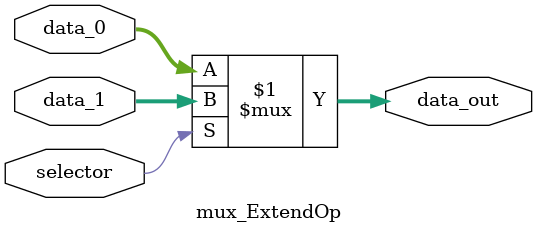
<source format=v>
module mux_ExtendOp(
    input wire             selector,
    input wire      [15:0] data_0,
    input wire      [15:0] data_1,
    output wire     [15:0] data_out
);
    assign data_out = (selector) ? data_1 : data_0;

endmodule

</source>
